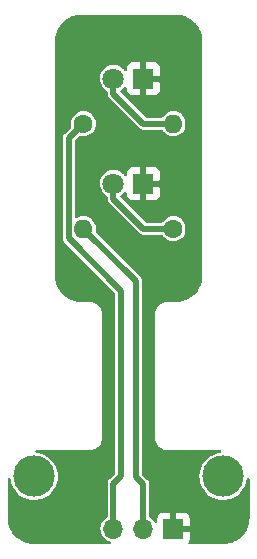
<source format=gtl>
G04 #@! TF.GenerationSoftware,KiCad,Pcbnew,6.0.5-a6ca702e91~116~ubuntu20.04.1*
G04 #@! TF.CreationDate,2022-06-20T08:21:10+02:00*
G04 #@! TF.ProjectId,traffic_lights_pedestrian,74726166-6669-4635-9f6c-69676874735f,1.0*
G04 #@! TF.SameCoordinates,Original*
G04 #@! TF.FileFunction,Copper,L1,Top*
G04 #@! TF.FilePolarity,Positive*
%FSLAX46Y46*%
G04 Gerber Fmt 4.6, Leading zero omitted, Abs format (unit mm)*
G04 Created by KiCad (PCBNEW 6.0.5-a6ca702e91~116~ubuntu20.04.1) date 2022-06-20 08:21:10*
%MOMM*%
%LPD*%
G01*
G04 APERTURE LIST*
G04 #@! TA.AperFunction,ComponentPad*
%ADD10R,1.800000X1.800000*%
G04 #@! TD*
G04 #@! TA.AperFunction,ComponentPad*
%ADD11C,1.800000*%
G04 #@! TD*
G04 #@! TA.AperFunction,ComponentPad*
%ADD12R,1.700000X1.700000*%
G04 #@! TD*
G04 #@! TA.AperFunction,ComponentPad*
%ADD13O,1.700000X1.700000*%
G04 #@! TD*
G04 #@! TA.AperFunction,ComponentPad*
%ADD14C,1.600000*%
G04 #@! TD*
G04 #@! TA.AperFunction,ComponentPad*
%ADD15O,1.600000X1.600000*%
G04 #@! TD*
G04 #@! TA.AperFunction,ViaPad*
%ADD16C,3.500000*%
G04 #@! TD*
G04 #@! TA.AperFunction,Conductor*
%ADD17C,0.500000*%
G04 #@! TD*
G04 #@! TA.AperFunction,Conductor*
%ADD18C,0.250000*%
G04 #@! TD*
G04 APERTURE END LIST*
D10*
X111760000Y-60325000D03*
D11*
X109220000Y-60325000D03*
D10*
X111760000Y-69215000D03*
D11*
X109220000Y-69215000D03*
D12*
X114300000Y-98425000D03*
D13*
X111760000Y-98425000D03*
X109220000Y-98425000D03*
D14*
X106680000Y-64135000D03*
D15*
X114300000Y-64135000D03*
D14*
X114300000Y-73025000D03*
D15*
X106680000Y-73025000D03*
D16*
X118500000Y-94000000D03*
X102500000Y-94000000D03*
D17*
X109220000Y-60325000D02*
X109220000Y-61597792D01*
D18*
X111760000Y-64135000D02*
X114300000Y-64135000D01*
X109220000Y-61595000D02*
X111760000Y-64135000D01*
D17*
X109220000Y-61597792D02*
X111757208Y-64135000D01*
X113168630Y-64135000D02*
X114300000Y-64135000D01*
X111757208Y-64135000D02*
X113168630Y-64135000D01*
D18*
X109220000Y-60445000D02*
X109220000Y-61595000D01*
D17*
X109220000Y-69215000D02*
X109220000Y-70487792D01*
X111757208Y-73025000D02*
X113168630Y-73025000D01*
X113168630Y-73025000D02*
X114300000Y-73025000D01*
X109220000Y-70487792D02*
X111757208Y-73025000D01*
X109855000Y-93980000D02*
X109855000Y-78283186D01*
X109855000Y-78283186D02*
X105429999Y-73858185D01*
X105880001Y-64934999D02*
X106680000Y-64135000D01*
X109220000Y-98425000D02*
X109220000Y-95250000D01*
X109220000Y-95250000D02*
X109220000Y-94615000D01*
X105429999Y-65385001D02*
X105880001Y-64934999D01*
X109220000Y-94615000D02*
X109855000Y-93980000D01*
X105429999Y-73858185D02*
X105429999Y-65385001D01*
X111760000Y-98425000D02*
X111760000Y-95250000D01*
X111125000Y-77470000D02*
X106680000Y-73025000D01*
X111125000Y-94047919D02*
X111125000Y-77470000D01*
X111760000Y-95250000D02*
X111760000Y-94682919D01*
X111760000Y-94682919D02*
X111125000Y-94047919D01*
D18*
X112910000Y-69215000D02*
X111760000Y-69215000D01*
D17*
X114300000Y-98425000D02*
X114300000Y-95250000D01*
X114300000Y-94535000D02*
X111887000Y-92122000D01*
X115570000Y-71625000D02*
X113160000Y-69215000D01*
X111887000Y-78613000D02*
X115570000Y-74930000D01*
X115570000Y-74930000D02*
X115570000Y-71625000D01*
X113160000Y-69215000D02*
X115550001Y-66824999D01*
X115550001Y-62715001D02*
X113160000Y-60325000D01*
X111887000Y-92122000D02*
X111887000Y-78613000D01*
X113160000Y-60325000D02*
X111760000Y-60325000D01*
X114300000Y-95250000D02*
X114300000Y-94535000D01*
X115550001Y-66824999D02*
X115550001Y-62715001D01*
X111760000Y-69215000D02*
X113160000Y-69215000D01*
D18*
X111760000Y-60445000D02*
X112910000Y-60445000D01*
G04 #@! TA.AperFunction,Conductor*
G36*
X114487103Y-54916921D02*
G01*
X114500000Y-54919486D01*
X114512172Y-54917065D01*
X114524580Y-54917065D01*
X114524580Y-54917359D01*
X114535465Y-54916612D01*
X114759096Y-54929930D01*
X114773969Y-54931708D01*
X114927697Y-54959434D01*
X115022014Y-54976446D01*
X115036572Y-54979976D01*
X115277564Y-55053840D01*
X115291600Y-55059073D01*
X115522117Y-55161014D01*
X115535433Y-55167877D01*
X115752214Y-55296451D01*
X115764622Y-55304845D01*
X115964622Y-55458246D01*
X115975946Y-55468054D01*
X116156324Y-55644106D01*
X116166403Y-55655188D01*
X116324609Y-55851400D01*
X116333302Y-55863600D01*
X116467104Y-56077202D01*
X116474288Y-56090348D01*
X116581793Y-56318320D01*
X116587366Y-56332225D01*
X116667057Y-56571350D01*
X116670940Y-56585819D01*
X116721686Y-56832711D01*
X116723824Y-56847538D01*
X116742577Y-57070913D01*
X116742102Y-57081674D01*
X116742414Y-57081666D01*
X116742715Y-57094070D01*
X116740590Y-57106298D01*
X116743306Y-57118407D01*
X116743428Y-57123441D01*
X116745500Y-57142147D01*
X116745500Y-76962524D01*
X116743079Y-76987103D01*
X116740514Y-77000000D01*
X116742935Y-77012172D01*
X116742935Y-77024580D01*
X116742615Y-77024580D01*
X116743355Y-77035456D01*
X116729588Y-77263057D01*
X116727754Y-77278161D01*
X116681624Y-77529885D01*
X116677983Y-77544658D01*
X116636130Y-77678971D01*
X116601846Y-77788991D01*
X116596451Y-77803214D01*
X116491421Y-78036584D01*
X116484350Y-78050057D01*
X116351951Y-78269069D01*
X116343308Y-78281590D01*
X116185481Y-78483043D01*
X116175391Y-78494432D01*
X115994432Y-78675391D01*
X115983043Y-78685481D01*
X115781590Y-78843308D01*
X115769069Y-78851951D01*
X115550057Y-78984350D01*
X115536586Y-78991420D01*
X115303214Y-79096451D01*
X115288996Y-79101844D01*
X115112162Y-79156948D01*
X115044658Y-79177983D01*
X115029885Y-79181624D01*
X114778161Y-79227754D01*
X114763057Y-79229588D01*
X114535456Y-79243355D01*
X114524580Y-79242615D01*
X114524580Y-79242935D01*
X114512172Y-79242935D01*
X114500000Y-79240514D01*
X114487103Y-79243079D01*
X114462524Y-79245500D01*
X113787476Y-79245500D01*
X113762897Y-79243079D01*
X113750000Y-79240514D01*
X113739688Y-79242565D01*
X113735459Y-79242935D01*
X113734448Y-79242935D01*
X113732850Y-79243163D01*
X113574904Y-79256982D01*
X113569591Y-79258406D01*
X113569589Y-79258406D01*
X113522900Y-79270916D01*
X113405128Y-79302473D01*
X113245832Y-79376755D01*
X113241330Y-79379907D01*
X113241327Y-79379909D01*
X113241326Y-79379910D01*
X113101853Y-79477569D01*
X112977569Y-79601853D01*
X112974416Y-79606356D01*
X112916080Y-79689670D01*
X112876755Y-79745832D01*
X112802473Y-79905128D01*
X112756982Y-80074904D01*
X112743164Y-80232845D01*
X112742935Y-80234448D01*
X112742935Y-80235459D01*
X112742565Y-80239688D01*
X112740514Y-80250000D01*
X112742935Y-80262170D01*
X112743079Y-80262894D01*
X112745500Y-80287476D01*
X112745500Y-90712524D01*
X112743079Y-90737103D01*
X112740514Y-90750000D01*
X112742565Y-90760312D01*
X112742935Y-90764541D01*
X112742935Y-90765552D01*
X112743163Y-90767150D01*
X112756982Y-90925096D01*
X112802473Y-91094872D01*
X112804795Y-91099852D01*
X112804796Y-91099854D01*
X112872713Y-91245500D01*
X112876755Y-91254169D01*
X112977569Y-91398147D01*
X113101853Y-91522431D01*
X113106356Y-91525584D01*
X113241327Y-91620091D01*
X113241330Y-91620093D01*
X113245832Y-91623245D01*
X113405128Y-91697527D01*
X113522900Y-91729084D01*
X113569589Y-91741594D01*
X113569591Y-91741594D01*
X113574904Y-91743018D01*
X113732850Y-91756837D01*
X113734448Y-91757065D01*
X113735459Y-91757065D01*
X113739688Y-91757435D01*
X113750000Y-91759486D01*
X113762897Y-91756921D01*
X113787476Y-91754500D01*
X118240540Y-91754500D01*
X118308661Y-91774502D01*
X118355154Y-91828158D01*
X118365258Y-91898432D01*
X118335764Y-91963012D01*
X118276038Y-92001396D01*
X118256334Y-92005506D01*
X118252568Y-92005982D01*
X118248128Y-92006226D01*
X118243768Y-92007093D01*
X118243762Y-92007094D01*
X118107296Y-92034239D01*
X117969715Y-92061606D01*
X117965505Y-92063084D01*
X117965503Y-92063085D01*
X117914996Y-92080822D01*
X117701884Y-92155662D01*
X117697933Y-92157715D01*
X117697927Y-92157717D01*
X117453926Y-92284465D01*
X117449976Y-92286517D01*
X117446361Y-92289100D01*
X117446355Y-92289104D01*
X117404214Y-92319219D01*
X117219020Y-92451561D01*
X117013623Y-92647501D01*
X117010867Y-92650997D01*
X117010866Y-92650998D01*
X116976291Y-92694856D01*
X116837882Y-92870426D01*
X116835645Y-92874278D01*
X116697540Y-93112042D01*
X116697537Y-93112048D01*
X116695306Y-93115889D01*
X116693636Y-93120012D01*
X116590411Y-93374861D01*
X116590408Y-93374869D01*
X116588738Y-93378993D01*
X116520305Y-93654488D01*
X116491372Y-93936876D01*
X116493823Y-93999265D01*
X116502037Y-94208323D01*
X116502516Y-94220524D01*
X116553516Y-94499772D01*
X116583973Y-94591062D01*
X116625267Y-94714836D01*
X116643353Y-94769048D01*
X116645346Y-94773036D01*
X116728954Y-94940361D01*
X116770236Y-95022980D01*
X116931631Y-95256500D01*
X117124320Y-95464950D01*
X117127774Y-95467762D01*
X117341001Y-95641356D01*
X117341005Y-95641359D01*
X117344458Y-95644170D01*
X117587652Y-95790585D01*
X117591747Y-95792319D01*
X117591749Y-95792320D01*
X117774820Y-95869840D01*
X117849049Y-95901272D01*
X117853342Y-95902410D01*
X117853347Y-95902412D01*
X117996898Y-95940473D01*
X118123435Y-95974024D01*
X118405334Y-96007389D01*
X118689122Y-96000701D01*
X118693517Y-95999969D01*
X118693522Y-95999969D01*
X118964734Y-95954827D01*
X118964738Y-95954826D01*
X118969136Y-95954094D01*
X119146887Y-95897878D01*
X119235544Y-95869840D01*
X119235546Y-95869839D01*
X119239790Y-95868497D01*
X119243801Y-95866571D01*
X119243806Y-95866569D01*
X119491665Y-95747549D01*
X119491666Y-95747548D01*
X119495684Y-95745619D01*
X119651724Y-95641356D01*
X119728002Y-95590389D01*
X119728006Y-95590386D01*
X119731710Y-95587911D01*
X119735027Y-95584940D01*
X119735031Y-95584937D01*
X119939845Y-95401490D01*
X119943161Y-95398520D01*
X120125817Y-95181225D01*
X120128174Y-95177446D01*
X120273669Y-94944152D01*
X120273671Y-94944149D01*
X120276033Y-94940361D01*
X120286230Y-94917297D01*
X120313778Y-94854984D01*
X120390813Y-94680734D01*
X120394648Y-94667138D01*
X120419347Y-94579561D01*
X120467866Y-94407525D01*
X120494621Y-94208328D01*
X120523514Y-94143476D01*
X120582881Y-94104540D01*
X120653874Y-94103881D01*
X120713954Y-94141708D01*
X120744046Y-94206012D01*
X120745500Y-94225101D01*
X120745500Y-97462524D01*
X120743079Y-97487103D01*
X120740514Y-97500000D01*
X120742935Y-97512172D01*
X120742935Y-97524580D01*
X120742615Y-97524580D01*
X120743355Y-97535456D01*
X120729588Y-97763057D01*
X120727754Y-97778161D01*
X120681624Y-98029885D01*
X120677983Y-98044658D01*
X120631329Y-98194378D01*
X120601846Y-98288991D01*
X120596451Y-98303214D01*
X120515513Y-98483053D01*
X120491421Y-98536584D01*
X120484350Y-98550057D01*
X120351951Y-98769069D01*
X120343308Y-98781590D01*
X120328484Y-98800512D01*
X120205265Y-98957791D01*
X120185481Y-98983043D01*
X120175391Y-98994432D01*
X119994432Y-99175391D01*
X119983043Y-99185481D01*
X119781590Y-99343308D01*
X119769069Y-99351951D01*
X119605565Y-99450794D01*
X119554211Y-99481839D01*
X119550057Y-99484350D01*
X119536586Y-99491420D01*
X119303214Y-99596451D01*
X119288996Y-99601844D01*
X119159204Y-99642289D01*
X119044658Y-99677983D01*
X119029885Y-99681624D01*
X118778161Y-99727754D01*
X118763057Y-99729588D01*
X118535456Y-99743355D01*
X118524580Y-99742615D01*
X118524580Y-99742935D01*
X118512172Y-99742935D01*
X118500000Y-99740514D01*
X118487103Y-99743079D01*
X118462524Y-99745500D01*
X115684156Y-99745500D01*
X115616035Y-99725498D01*
X115569542Y-99671842D01*
X115559438Y-99601568D01*
X115583329Y-99543937D01*
X115594784Y-99528652D01*
X115603324Y-99513054D01*
X115648478Y-99392606D01*
X115652105Y-99377351D01*
X115657631Y-99326486D01*
X115658000Y-99319672D01*
X115658000Y-98697115D01*
X115653525Y-98681876D01*
X115652135Y-98680671D01*
X115644452Y-98679000D01*
X114172000Y-98679000D01*
X114103879Y-98658998D01*
X114057386Y-98605342D01*
X114046000Y-98553000D01*
X114046000Y-98152885D01*
X114554000Y-98152885D01*
X114558475Y-98168124D01*
X114559865Y-98169329D01*
X114567548Y-98171000D01*
X115639884Y-98171000D01*
X115655123Y-98166525D01*
X115656328Y-98165135D01*
X115657999Y-98157452D01*
X115657999Y-97530331D01*
X115657629Y-97523510D01*
X115652105Y-97472648D01*
X115648479Y-97457396D01*
X115603324Y-97336946D01*
X115594786Y-97321351D01*
X115518285Y-97219276D01*
X115505724Y-97206715D01*
X115403649Y-97130214D01*
X115388054Y-97121676D01*
X115267606Y-97076522D01*
X115252351Y-97072895D01*
X115201486Y-97067369D01*
X115194672Y-97067000D01*
X114572115Y-97067000D01*
X114556876Y-97071475D01*
X114555671Y-97072865D01*
X114554000Y-97080548D01*
X114554000Y-98152885D01*
X114046000Y-98152885D01*
X114046000Y-97085116D01*
X114041525Y-97069877D01*
X114040135Y-97068672D01*
X114032452Y-97067001D01*
X113405331Y-97067001D01*
X113398510Y-97067371D01*
X113347648Y-97072895D01*
X113332396Y-97076521D01*
X113211946Y-97121676D01*
X113196351Y-97130214D01*
X113094276Y-97206715D01*
X113081715Y-97219276D01*
X113005214Y-97321351D01*
X112996676Y-97336946D01*
X112951522Y-97457394D01*
X112947895Y-97472649D01*
X112942369Y-97523514D01*
X112942000Y-97530328D01*
X112942000Y-97785160D01*
X112921998Y-97853281D01*
X112868342Y-97899774D01*
X112798068Y-97909878D01*
X112733488Y-97880384D01*
X112708567Y-97850994D01*
X112708331Y-97850608D01*
X112705776Y-97845428D01*
X112584320Y-97682779D01*
X112435258Y-97544987D01*
X112430375Y-97541906D01*
X112430371Y-97541903D01*
X112331740Y-97479672D01*
X112323265Y-97474325D01*
X112276326Y-97421058D01*
X112264500Y-97367763D01*
X112264500Y-94753549D01*
X112265842Y-94741541D01*
X112265346Y-94741501D01*
X112266066Y-94732550D01*
X112268047Y-94723796D01*
X112264742Y-94670526D01*
X112264500Y-94662724D01*
X112264500Y-94646693D01*
X112263035Y-94636460D01*
X112262004Y-94626400D01*
X112259654Y-94588520D01*
X112259654Y-94588519D01*
X112259098Y-94579561D01*
X112256050Y-94571118D01*
X112255371Y-94567839D01*
X112251416Y-94551974D01*
X112250473Y-94548750D01*
X112249201Y-94539867D01*
X112245487Y-94531698D01*
X112245485Y-94531692D01*
X112229775Y-94497140D01*
X112225961Y-94487771D01*
X112213077Y-94452082D01*
X112210028Y-94443635D01*
X112204731Y-94436385D01*
X112203154Y-94433418D01*
X112194903Y-94419299D01*
X112193102Y-94416483D01*
X112189388Y-94408314D01*
X112158753Y-94372761D01*
X112152475Y-94364855D01*
X112144527Y-94353975D01*
X112133665Y-94343113D01*
X112127307Y-94336266D01*
X112126363Y-94335170D01*
X112095056Y-94298837D01*
X112087521Y-94293953D01*
X112080949Y-94288220D01*
X112069545Y-94278993D01*
X111666405Y-93875853D01*
X111632379Y-93813541D01*
X111629500Y-93786758D01*
X111629500Y-77540624D01*
X111630841Y-77528619D01*
X111630345Y-77528579D01*
X111631065Y-77519632D01*
X111633046Y-77510876D01*
X111629742Y-77457618D01*
X111629500Y-77449816D01*
X111629500Y-77433774D01*
X111628035Y-77423543D01*
X111627003Y-77413477D01*
X111624654Y-77375600D01*
X111624654Y-77375598D01*
X111624098Y-77366641D01*
X111621051Y-77358201D01*
X111620370Y-77354911D01*
X111616418Y-77339062D01*
X111615473Y-77335832D01*
X111614201Y-77326948D01*
X111594774Y-77284218D01*
X111590964Y-77274860D01*
X111578075Y-77239158D01*
X111578074Y-77239157D01*
X111575027Y-77230716D01*
X111569731Y-77223467D01*
X111568146Y-77220486D01*
X111559920Y-77206408D01*
X111558104Y-77203569D01*
X111554388Y-77195395D01*
X111523757Y-77159846D01*
X111517465Y-77151923D01*
X111509527Y-77141056D01*
X111498665Y-77130194D01*
X111492307Y-77123347D01*
X111465915Y-77092718D01*
X111460056Y-77085918D01*
X111452521Y-77081034D01*
X111445949Y-77075301D01*
X111434545Y-77066074D01*
X107746206Y-73377735D01*
X107712180Y-73315423D01*
X107712425Y-73262294D01*
X107713270Y-73259753D01*
X107739189Y-73054586D01*
X107739602Y-73025000D01*
X107719422Y-72819189D01*
X107659651Y-72621217D01*
X107606099Y-72520500D01*
X107565459Y-72444067D01*
X107565457Y-72444064D01*
X107562565Y-72438625D01*
X107558674Y-72433855D01*
X107558672Y-72433851D01*
X107435758Y-72283143D01*
X107435755Y-72283140D01*
X107431863Y-72278368D01*
X107427114Y-72274439D01*
X107277271Y-72150478D01*
X107277266Y-72150475D01*
X107272522Y-72146550D01*
X107267103Y-72143620D01*
X107267100Y-72143618D01*
X107096032Y-72051122D01*
X107096027Y-72051120D01*
X107090612Y-72048192D01*
X106893063Y-71987040D01*
X106886938Y-71986396D01*
X106886937Y-71986396D01*
X106693526Y-71966068D01*
X106693524Y-71966068D01*
X106687397Y-71965424D01*
X106561229Y-71976906D01*
X106487591Y-71983607D01*
X106487590Y-71983607D01*
X106481450Y-71984166D01*
X106283066Y-72042554D01*
X106118873Y-72128392D01*
X106049239Y-72142226D01*
X105983178Y-72116216D01*
X105941666Y-72058620D01*
X105934499Y-72016730D01*
X105934499Y-69184649D01*
X108060951Y-69184649D01*
X108074829Y-69396377D01*
X108127058Y-69602031D01*
X108215890Y-69794723D01*
X108338350Y-69968000D01*
X108490337Y-70116059D01*
X108495133Y-70119264D01*
X108495136Y-70119266D01*
X108565806Y-70166486D01*
X108659503Y-70229092D01*
X108705030Y-70283568D01*
X108715500Y-70333856D01*
X108715500Y-70417168D01*
X108714159Y-70429173D01*
X108714655Y-70429213D01*
X108713935Y-70438160D01*
X108711954Y-70446916D01*
X108712510Y-70455876D01*
X108715258Y-70500174D01*
X108715500Y-70507976D01*
X108715500Y-70524018D01*
X108716135Y-70528449D01*
X108716135Y-70528454D01*
X108716965Y-70534245D01*
X108717996Y-70544306D01*
X108720902Y-70591151D01*
X108723949Y-70599591D01*
X108724630Y-70602881D01*
X108728582Y-70618730D01*
X108729527Y-70621960D01*
X108730799Y-70630844D01*
X108734514Y-70639015D01*
X108750218Y-70673555D01*
X108754030Y-70682920D01*
X108766922Y-70718629D01*
X108766924Y-70718632D01*
X108769972Y-70727076D01*
X108775268Y-70734325D01*
X108776840Y-70737282D01*
X108785093Y-70751406D01*
X108786898Y-70754229D01*
X108790612Y-70762397D01*
X108796469Y-70769194D01*
X108796470Y-70769196D01*
X108821243Y-70797945D01*
X108827525Y-70805856D01*
X108835473Y-70816736D01*
X108846335Y-70827598D01*
X108852693Y-70834444D01*
X108884944Y-70871874D01*
X108892479Y-70876758D01*
X108899051Y-70882491D01*
X108910455Y-70891718D01*
X111350531Y-73331794D01*
X111358073Y-73341234D01*
X111358453Y-73340911D01*
X111364271Y-73347747D01*
X111369061Y-73355339D01*
X111375789Y-73361281D01*
X111409067Y-73390671D01*
X111414754Y-73396017D01*
X111426088Y-73407351D01*
X111429671Y-73410036D01*
X111429673Y-73410038D01*
X111434363Y-73413553D01*
X111442206Y-73419938D01*
X111477378Y-73451001D01*
X111485500Y-73454814D01*
X111488301Y-73456654D01*
X111502296Y-73465063D01*
X111505259Y-73466685D01*
X111512444Y-73472070D01*
X111520854Y-73475223D01*
X111520856Y-73475224D01*
X111556390Y-73488546D01*
X111565703Y-73492470D01*
X111608190Y-73512417D01*
X111617064Y-73513799D01*
X111620291Y-73514785D01*
X111636074Y-73518925D01*
X111639352Y-73519646D01*
X111647760Y-73522798D01*
X111661517Y-73523820D01*
X111694565Y-73526276D01*
X111704612Y-73527430D01*
X111713094Y-73528751D01*
X111713097Y-73528751D01*
X111717905Y-73529500D01*
X111733270Y-73529500D01*
X111742608Y-73529846D01*
X111791875Y-73533507D01*
X111800650Y-73531634D01*
X111809346Y-73531041D01*
X111823946Y-73529500D01*
X113296708Y-73529500D01*
X113364829Y-73549502D01*
X113401223Y-73589594D01*
X113403179Y-73588334D01*
X113406516Y-73593512D01*
X113409334Y-73598995D01*
X113413163Y-73603826D01*
X113438497Y-73635789D01*
X113537786Y-73761061D01*
X113542479Y-73765055D01*
X113542480Y-73765056D01*
X113675623Y-73878369D01*
X113695271Y-73895091D01*
X113875789Y-73995980D01*
X114072466Y-74059884D01*
X114277809Y-74084370D01*
X114283944Y-74083898D01*
X114283946Y-74083898D01*
X114477856Y-74068977D01*
X114477860Y-74068976D01*
X114483998Y-74068504D01*
X114683178Y-74012892D01*
X114688682Y-74010112D01*
X114688684Y-74010111D01*
X114862262Y-73922431D01*
X114862264Y-73922430D01*
X114867763Y-73919652D01*
X115030722Y-73792334D01*
X115034748Y-73787670D01*
X115034751Y-73787667D01*
X115161819Y-73640457D01*
X115161820Y-73640455D01*
X115165848Y-73635789D01*
X115223953Y-73533507D01*
X115264950Y-73461340D01*
X115264952Y-73461336D01*
X115267995Y-73455979D01*
X115306273Y-73340911D01*
X115331325Y-73265601D01*
X115331326Y-73265598D01*
X115333270Y-73259753D01*
X115359189Y-73054586D01*
X115359602Y-73025000D01*
X115339422Y-72819189D01*
X115279651Y-72621217D01*
X115226099Y-72520500D01*
X115185459Y-72444067D01*
X115185457Y-72444064D01*
X115182565Y-72438625D01*
X115178674Y-72433855D01*
X115178672Y-72433851D01*
X115055758Y-72283143D01*
X115055755Y-72283140D01*
X115051863Y-72278368D01*
X115047114Y-72274439D01*
X114897271Y-72150478D01*
X114897266Y-72150475D01*
X114892522Y-72146550D01*
X114887103Y-72143620D01*
X114887100Y-72143618D01*
X114716032Y-72051122D01*
X114716027Y-72051120D01*
X114710612Y-72048192D01*
X114513063Y-71987040D01*
X114506938Y-71986396D01*
X114506937Y-71986396D01*
X114313526Y-71966068D01*
X114313524Y-71966068D01*
X114307397Y-71965424D01*
X114181229Y-71976906D01*
X114107591Y-71983607D01*
X114107590Y-71983607D01*
X114101450Y-71984166D01*
X113903066Y-72042554D01*
X113897601Y-72045411D01*
X113725261Y-72135508D01*
X113725257Y-72135511D01*
X113719801Y-72138363D01*
X113558635Y-72267943D01*
X113425708Y-72426360D01*
X113422744Y-72431752D01*
X113422741Y-72431756D01*
X113409851Y-72455203D01*
X113359505Y-72505260D01*
X113299437Y-72520500D01*
X112018369Y-72520500D01*
X111950248Y-72500498D01*
X111929274Y-72483595D01*
X109827426Y-70381747D01*
X109793400Y-70319435D01*
X109798465Y-70248620D01*
X109841012Y-70191784D01*
X109854952Y-70182719D01*
X109871674Y-70173354D01*
X109876717Y-70170530D01*
X110039852Y-70034852D01*
X110129128Y-69927509D01*
X110188065Y-69887927D01*
X110259047Y-69886491D01*
X110319537Y-69923658D01*
X110350330Y-69987629D01*
X110352001Y-70008080D01*
X110352001Y-70159669D01*
X110352371Y-70166490D01*
X110357895Y-70217352D01*
X110361521Y-70232604D01*
X110406676Y-70353054D01*
X110415214Y-70368649D01*
X110491715Y-70470724D01*
X110504276Y-70483285D01*
X110606351Y-70559786D01*
X110621946Y-70568324D01*
X110742394Y-70613478D01*
X110757649Y-70617105D01*
X110808514Y-70622631D01*
X110815328Y-70623000D01*
X111487885Y-70623000D01*
X111503124Y-70618525D01*
X111504329Y-70617135D01*
X111506000Y-70609452D01*
X111506000Y-70604884D01*
X112014000Y-70604884D01*
X112018475Y-70620123D01*
X112019865Y-70621328D01*
X112027548Y-70622999D01*
X112704669Y-70622999D01*
X112711490Y-70622629D01*
X112762352Y-70617105D01*
X112777604Y-70613479D01*
X112898054Y-70568324D01*
X112913649Y-70559786D01*
X113015724Y-70483285D01*
X113028285Y-70470724D01*
X113104786Y-70368649D01*
X113113324Y-70353054D01*
X113158478Y-70232606D01*
X113162105Y-70217351D01*
X113167631Y-70166486D01*
X113168000Y-70159672D01*
X113168000Y-69487115D01*
X113163525Y-69471876D01*
X113162135Y-69470671D01*
X113154452Y-69469000D01*
X112032115Y-69469000D01*
X112016876Y-69473475D01*
X112015671Y-69474865D01*
X112014000Y-69482548D01*
X112014000Y-70604884D01*
X111506000Y-70604884D01*
X111506000Y-68942885D01*
X112014000Y-68942885D01*
X112018475Y-68958124D01*
X112019865Y-68959329D01*
X112027548Y-68961000D01*
X113149884Y-68961000D01*
X113165123Y-68956525D01*
X113166328Y-68955135D01*
X113167999Y-68947452D01*
X113167999Y-68270331D01*
X113167629Y-68263510D01*
X113162105Y-68212648D01*
X113158479Y-68197396D01*
X113113324Y-68076946D01*
X113104786Y-68061351D01*
X113028285Y-67959276D01*
X113015724Y-67946715D01*
X112913649Y-67870214D01*
X112898054Y-67861676D01*
X112777606Y-67816522D01*
X112762351Y-67812895D01*
X112711486Y-67807369D01*
X112704672Y-67807000D01*
X112032115Y-67807000D01*
X112016876Y-67811475D01*
X112015671Y-67812865D01*
X112014000Y-67820548D01*
X112014000Y-68942885D01*
X111506000Y-68942885D01*
X111506000Y-67825116D01*
X111501525Y-67809877D01*
X111500135Y-67808672D01*
X111492452Y-67807001D01*
X110815331Y-67807001D01*
X110808510Y-67807371D01*
X110757648Y-67812895D01*
X110742396Y-67816521D01*
X110621946Y-67861676D01*
X110606351Y-67870214D01*
X110504276Y-67946715D01*
X110491715Y-67959276D01*
X110415214Y-68061351D01*
X110406676Y-68076946D01*
X110361522Y-68197394D01*
X110357895Y-68212649D01*
X110352369Y-68263514D01*
X110352000Y-68270328D01*
X110352000Y-68421918D01*
X110331998Y-68490039D01*
X110278342Y-68536532D01*
X110208068Y-68546636D01*
X110143488Y-68517142D01*
X110125042Y-68497307D01*
X110085089Y-68443803D01*
X110085088Y-68443802D01*
X110081636Y-68439179D01*
X110057524Y-68416890D01*
X109930066Y-68299069D01*
X109930063Y-68299067D01*
X109925826Y-68295150D01*
X109746377Y-68181926D01*
X109549300Y-68103300D01*
X109543643Y-68102175D01*
X109543637Y-68102173D01*
X109346863Y-68063033D01*
X109346859Y-68063033D01*
X109341195Y-68061906D01*
X109335420Y-68061830D01*
X109335416Y-68061830D01*
X109228804Y-68060434D01*
X109129031Y-68059128D01*
X109123334Y-68060107D01*
X109123333Y-68060107D01*
X109106305Y-68063033D01*
X108919913Y-68095061D01*
X108720846Y-68168501D01*
X108715885Y-68171453D01*
X108715884Y-68171453D01*
X108543463Y-68274032D01*
X108543460Y-68274034D01*
X108538495Y-68276988D01*
X108534155Y-68280794D01*
X108534151Y-68280797D01*
X108383309Y-68413083D01*
X108378968Y-68416890D01*
X108247607Y-68583520D01*
X108148812Y-68771299D01*
X108085891Y-68973938D01*
X108060951Y-69184649D01*
X105934499Y-69184649D01*
X105934499Y-65646162D01*
X105954501Y-65578041D01*
X105971404Y-65557067D01*
X106327233Y-65201238D01*
X106389545Y-65167212D01*
X106443383Y-65167272D01*
X106446612Y-65167982D01*
X106452466Y-65169884D01*
X106657809Y-65194370D01*
X106663944Y-65193898D01*
X106663946Y-65193898D01*
X106857856Y-65178977D01*
X106857860Y-65178976D01*
X106863998Y-65178504D01*
X107063178Y-65122892D01*
X107068682Y-65120112D01*
X107068684Y-65120111D01*
X107242262Y-65032431D01*
X107242264Y-65032430D01*
X107247763Y-65029652D01*
X107410722Y-64902334D01*
X107414748Y-64897670D01*
X107414751Y-64897667D01*
X107541819Y-64750457D01*
X107541820Y-64750455D01*
X107545848Y-64745789D01*
X107603953Y-64643507D01*
X107644950Y-64571340D01*
X107644952Y-64571336D01*
X107647995Y-64565979D01*
X107686273Y-64450911D01*
X107711325Y-64375601D01*
X107711326Y-64375598D01*
X107713270Y-64369753D01*
X107739189Y-64164586D01*
X107739602Y-64135000D01*
X107719422Y-63929189D01*
X107659651Y-63731217D01*
X107606099Y-63630500D01*
X107565459Y-63554067D01*
X107565457Y-63554064D01*
X107562565Y-63548625D01*
X107558674Y-63543855D01*
X107558672Y-63543851D01*
X107435758Y-63393143D01*
X107435755Y-63393140D01*
X107431863Y-63388368D01*
X107424966Y-63382662D01*
X107277271Y-63260478D01*
X107277266Y-63260475D01*
X107272522Y-63256550D01*
X107267103Y-63253620D01*
X107267100Y-63253618D01*
X107096032Y-63161122D01*
X107096027Y-63161120D01*
X107090612Y-63158192D01*
X106893063Y-63097040D01*
X106886938Y-63096396D01*
X106886937Y-63096396D01*
X106693526Y-63076068D01*
X106693524Y-63076068D01*
X106687397Y-63075424D01*
X106561229Y-63086906D01*
X106487591Y-63093607D01*
X106487590Y-63093607D01*
X106481450Y-63094166D01*
X106283066Y-63152554D01*
X106277601Y-63155411D01*
X106105261Y-63245508D01*
X106105257Y-63245511D01*
X106099801Y-63248363D01*
X105938635Y-63377943D01*
X105805708Y-63536360D01*
X105706082Y-63717578D01*
X105643553Y-63914696D01*
X105620501Y-64120206D01*
X105637806Y-64326278D01*
X105639506Y-64332206D01*
X105647977Y-64361748D01*
X105647528Y-64432743D01*
X105615954Y-64485575D01*
X105123205Y-64978324D01*
X105113765Y-64985866D01*
X105114088Y-64986246D01*
X105107252Y-64992064D01*
X105099660Y-64996854D01*
X105093718Y-65003582D01*
X105064328Y-65036860D01*
X105058982Y-65042547D01*
X105047648Y-65053881D01*
X105044963Y-65057464D01*
X105044961Y-65057466D01*
X105041446Y-65062156D01*
X105035061Y-65069999D01*
X105003998Y-65105171D01*
X105000185Y-65113293D01*
X104998345Y-65116094D01*
X104989936Y-65130089D01*
X104988314Y-65133052D01*
X104982929Y-65140237D01*
X104979776Y-65148647D01*
X104979775Y-65148649D01*
X104966453Y-65184183D01*
X104962529Y-65193496D01*
X104942582Y-65235983D01*
X104941200Y-65244857D01*
X104940214Y-65248084D01*
X104936074Y-65263867D01*
X104935353Y-65267145D01*
X104932201Y-65275553D01*
X104931536Y-65284504D01*
X104928723Y-65322358D01*
X104927569Y-65332405D01*
X104925499Y-65345698D01*
X104925499Y-65361063D01*
X104925153Y-65370400D01*
X104921492Y-65419668D01*
X104923365Y-65428443D01*
X104923958Y-65437139D01*
X104925499Y-65451739D01*
X104925499Y-73787561D01*
X104924158Y-73799566D01*
X104924654Y-73799606D01*
X104923934Y-73808553D01*
X104921953Y-73817309D01*
X104922509Y-73826269D01*
X104925257Y-73870567D01*
X104925499Y-73878369D01*
X104925499Y-73894411D01*
X104926134Y-73898842D01*
X104926134Y-73898847D01*
X104926964Y-73904638D01*
X104927995Y-73914699D01*
X104930901Y-73961544D01*
X104933948Y-73969984D01*
X104934629Y-73973274D01*
X104938581Y-73989123D01*
X104939526Y-73992353D01*
X104940798Y-74001237D01*
X104944513Y-74009408D01*
X104960217Y-74043948D01*
X104964029Y-74053313D01*
X104976921Y-74089022D01*
X104976923Y-74089025D01*
X104979971Y-74097469D01*
X104985267Y-74104718D01*
X104986839Y-74107675D01*
X104995092Y-74121799D01*
X104996897Y-74124622D01*
X105000611Y-74132790D01*
X105006468Y-74139587D01*
X105006469Y-74139589D01*
X105031242Y-74168338D01*
X105037524Y-74176249D01*
X105045472Y-74187129D01*
X105056334Y-74197991D01*
X105062692Y-74204837D01*
X105094943Y-74242267D01*
X105102478Y-74247151D01*
X105109050Y-74252884D01*
X105120454Y-74262111D01*
X109313595Y-78455252D01*
X109347621Y-78517564D01*
X109350500Y-78544347D01*
X109350500Y-93718839D01*
X109330498Y-93786960D01*
X109313595Y-93807934D01*
X108913206Y-94208323D01*
X108903766Y-94215865D01*
X108904089Y-94216245D01*
X108897253Y-94222063D01*
X108889661Y-94226853D01*
X108883719Y-94233581D01*
X108854329Y-94266859D01*
X108848983Y-94272546D01*
X108837649Y-94283880D01*
X108834968Y-94287458D01*
X108834957Y-94287470D01*
X108831447Y-94292154D01*
X108825063Y-94299996D01*
X108820081Y-94305637D01*
X108793999Y-94335170D01*
X108790186Y-94343292D01*
X108788346Y-94346093D01*
X108779937Y-94360088D01*
X108778315Y-94363051D01*
X108772930Y-94370236D01*
X108769777Y-94378646D01*
X108769776Y-94378648D01*
X108756454Y-94414182D01*
X108752530Y-94423495D01*
X108732583Y-94465982D01*
X108731201Y-94474856D01*
X108730215Y-94478083D01*
X108726075Y-94493866D01*
X108725354Y-94497144D01*
X108722202Y-94505552D01*
X108721537Y-94514503D01*
X108718724Y-94552357D01*
X108717570Y-94562404D01*
X108715500Y-94575697D01*
X108715500Y-94591062D01*
X108715154Y-94600399D01*
X108711493Y-94649667D01*
X108713366Y-94658442D01*
X108713959Y-94667138D01*
X108715500Y-94681738D01*
X108715500Y-97368214D01*
X108695498Y-97436335D01*
X108653923Y-97476499D01*
X108572978Y-97524656D01*
X108572975Y-97524658D01*
X108568010Y-97527612D01*
X108563670Y-97531418D01*
X108563666Y-97531421D01*
X108543723Y-97548911D01*
X108415392Y-97661455D01*
X108289720Y-97820869D01*
X108287031Y-97825980D01*
X108287029Y-97825983D01*
X108274073Y-97850609D01*
X108195203Y-98000515D01*
X108135007Y-98194378D01*
X108111148Y-98395964D01*
X108124424Y-98598522D01*
X108125845Y-98604118D01*
X108125846Y-98604123D01*
X108161906Y-98746105D01*
X108174392Y-98795269D01*
X108176809Y-98800512D01*
X108214010Y-98881208D01*
X108259377Y-98979616D01*
X108376533Y-99145389D01*
X108380675Y-99149424D01*
X108398693Y-99166976D01*
X108521938Y-99287035D01*
X108526742Y-99290245D01*
X108580980Y-99326486D01*
X108690720Y-99399812D01*
X108696023Y-99402090D01*
X108696026Y-99402092D01*
X108784707Y-99440192D01*
X108877228Y-99479942D01*
X108950877Y-99496607D01*
X109012903Y-99531150D01*
X109046408Y-99593743D01*
X109040754Y-99664514D01*
X108997735Y-99720994D01*
X108931011Y-99745249D01*
X108923069Y-99745500D01*
X102537476Y-99745500D01*
X102512897Y-99743079D01*
X102500000Y-99740514D01*
X102487828Y-99742935D01*
X102475420Y-99742935D01*
X102475420Y-99742593D01*
X102464555Y-99743329D01*
X102233585Y-99729181D01*
X102218294Y-99727301D01*
X101963444Y-99679996D01*
X101948496Y-99676263D01*
X101824914Y-99637237D01*
X101701331Y-99598210D01*
X101686952Y-99592682D01*
X101451156Y-99485043D01*
X101437558Y-99477800D01*
X101216670Y-99342193D01*
X101204057Y-99333345D01*
X101042924Y-99204913D01*
X101001359Y-99171783D01*
X100989922Y-99161462D01*
X100808468Y-98976380D01*
X100798375Y-98964740D01*
X100640863Y-98758890D01*
X100632266Y-98746105D01*
X100501055Y-98522572D01*
X100494082Y-98508832D01*
X100484516Y-98486727D01*
X100391131Y-98270944D01*
X100385890Y-98256464D01*
X100374370Y-98217299D01*
X100312745Y-98007802D01*
X100309309Y-97992783D01*
X100267059Y-97737049D01*
X100265482Y-97721723D01*
X100255911Y-97490560D01*
X100256864Y-97479672D01*
X100256528Y-97479665D01*
X100256773Y-97467259D01*
X100259435Y-97455137D01*
X100256459Y-97438454D01*
X100254500Y-97416327D01*
X100254500Y-94253751D01*
X100274502Y-94185630D01*
X100328158Y-94139137D01*
X100398432Y-94129033D01*
X100463012Y-94158527D01*
X100501396Y-94218253D01*
X100504450Y-94231114D01*
X100553516Y-94499772D01*
X100583973Y-94591062D01*
X100625267Y-94714836D01*
X100643353Y-94769048D01*
X100645346Y-94773036D01*
X100728954Y-94940361D01*
X100770236Y-95022980D01*
X100931631Y-95256500D01*
X101124320Y-95464950D01*
X101127774Y-95467762D01*
X101341001Y-95641356D01*
X101341005Y-95641359D01*
X101344458Y-95644170D01*
X101587652Y-95790585D01*
X101591747Y-95792319D01*
X101591749Y-95792320D01*
X101774820Y-95869840D01*
X101849049Y-95901272D01*
X101853342Y-95902410D01*
X101853347Y-95902412D01*
X101996898Y-95940473D01*
X102123435Y-95974024D01*
X102405334Y-96007389D01*
X102689122Y-96000701D01*
X102693517Y-95999969D01*
X102693522Y-95999969D01*
X102964734Y-95954827D01*
X102964738Y-95954826D01*
X102969136Y-95954094D01*
X103146887Y-95897878D01*
X103235544Y-95869840D01*
X103235546Y-95869839D01*
X103239790Y-95868497D01*
X103243801Y-95866571D01*
X103243806Y-95866569D01*
X103491665Y-95747549D01*
X103491666Y-95747548D01*
X103495684Y-95745619D01*
X103651724Y-95641356D01*
X103728002Y-95590389D01*
X103728006Y-95590386D01*
X103731710Y-95587911D01*
X103735027Y-95584940D01*
X103735031Y-95584937D01*
X103939845Y-95401490D01*
X103943161Y-95398520D01*
X104125817Y-95181225D01*
X104128174Y-95177446D01*
X104273669Y-94944152D01*
X104273671Y-94944149D01*
X104276033Y-94940361D01*
X104286230Y-94917297D01*
X104313778Y-94854984D01*
X104390813Y-94680734D01*
X104394648Y-94667138D01*
X104419347Y-94579561D01*
X104467866Y-94407525D01*
X104482656Y-94297409D01*
X104505227Y-94129367D01*
X104505228Y-94129359D01*
X104505654Y-94126185D01*
X104508862Y-94024114D01*
X104509519Y-94003222D01*
X104509519Y-94003217D01*
X104509620Y-94000000D01*
X104489571Y-93716842D01*
X104429825Y-93439334D01*
X104331574Y-93173013D01*
X104196778Y-92923192D01*
X104028127Y-92694856D01*
X103828986Y-92492562D01*
X103755118Y-92436188D01*
X103606872Y-92323050D01*
X103606868Y-92323047D01*
X103603327Y-92320345D01*
X103355655Y-92181641D01*
X103351506Y-92180036D01*
X103351502Y-92180034D01*
X103191830Y-92118262D01*
X103090909Y-92079219D01*
X103086588Y-92078217D01*
X103086580Y-92078215D01*
X102904110Y-92035922D01*
X102814374Y-92015122D01*
X102709398Y-92006030D01*
X102643257Y-91980225D01*
X102601567Y-91922757D01*
X102597565Y-91851874D01*
X102632520Y-91790079D01*
X102695336Y-91756992D01*
X102720270Y-91754500D01*
X107212524Y-91754500D01*
X107237103Y-91756921D01*
X107250000Y-91759486D01*
X107260312Y-91757435D01*
X107264541Y-91757065D01*
X107265552Y-91757065D01*
X107267150Y-91756837D01*
X107425096Y-91743018D01*
X107430409Y-91741594D01*
X107430411Y-91741594D01*
X107589562Y-91698950D01*
X107589564Y-91698949D01*
X107594872Y-91697527D01*
X107666721Y-91664023D01*
X107749188Y-91625568D01*
X107749191Y-91625566D01*
X107754169Y-91623245D01*
X107898147Y-91522431D01*
X108022431Y-91398147D01*
X108123245Y-91254169D01*
X108127288Y-91245500D01*
X108195204Y-91099854D01*
X108195205Y-91099852D01*
X108197527Y-91094872D01*
X108243018Y-90925096D01*
X108256837Y-90767150D01*
X108257065Y-90765552D01*
X108257065Y-90764541D01*
X108257435Y-90760312D01*
X108259486Y-90750000D01*
X108256921Y-90737103D01*
X108254500Y-90712524D01*
X108254500Y-80287476D01*
X108256921Y-80262894D01*
X108257065Y-80262170D01*
X108259486Y-80250000D01*
X108257435Y-80239688D01*
X108257065Y-80235459D01*
X108257065Y-80234448D01*
X108256836Y-80232845D01*
X108243018Y-80074904D01*
X108197527Y-79905128D01*
X108123245Y-79745832D01*
X108083921Y-79689670D01*
X108025584Y-79606356D01*
X108022431Y-79601853D01*
X107898147Y-79477569D01*
X107754169Y-79376755D01*
X107749191Y-79374434D01*
X107749188Y-79374432D01*
X107599854Y-79304796D01*
X107599852Y-79304795D01*
X107594872Y-79302473D01*
X107589564Y-79301051D01*
X107589562Y-79301050D01*
X107430411Y-79258406D01*
X107430409Y-79258406D01*
X107425096Y-79256982D01*
X107267150Y-79243163D01*
X107265552Y-79242935D01*
X107264541Y-79242935D01*
X107260312Y-79242565D01*
X107250000Y-79240514D01*
X107237103Y-79243079D01*
X107212524Y-79245500D01*
X106537476Y-79245500D01*
X106512897Y-79243079D01*
X106500000Y-79240514D01*
X106487828Y-79242935D01*
X106475420Y-79242935D01*
X106475420Y-79242615D01*
X106464544Y-79243355D01*
X106236943Y-79229588D01*
X106221839Y-79227754D01*
X105970115Y-79181624D01*
X105955342Y-79177983D01*
X105887838Y-79156948D01*
X105711004Y-79101844D01*
X105696786Y-79096451D01*
X105463414Y-78991420D01*
X105449943Y-78984350D01*
X105230931Y-78851951D01*
X105218410Y-78843308D01*
X105016957Y-78685481D01*
X105005568Y-78675391D01*
X104824609Y-78494432D01*
X104814519Y-78483043D01*
X104656692Y-78281590D01*
X104648049Y-78269069D01*
X104515650Y-78050057D01*
X104508579Y-78036584D01*
X104403549Y-77803214D01*
X104398154Y-77788991D01*
X104363871Y-77678971D01*
X104322017Y-77544658D01*
X104318376Y-77529885D01*
X104272246Y-77278161D01*
X104270412Y-77263057D01*
X104256645Y-77035456D01*
X104257385Y-77024580D01*
X104257065Y-77024580D01*
X104257065Y-77012172D01*
X104259486Y-77000000D01*
X104256921Y-76987103D01*
X104254500Y-76962524D01*
X104254500Y-60294649D01*
X108060951Y-60294649D01*
X108074829Y-60506377D01*
X108127058Y-60712031D01*
X108215890Y-60904723D01*
X108338350Y-61078000D01*
X108490337Y-61226059D01*
X108495133Y-61229264D01*
X108495136Y-61229266D01*
X108565806Y-61276486D01*
X108659503Y-61339092D01*
X108705030Y-61393568D01*
X108715500Y-61443856D01*
X108715500Y-61527168D01*
X108714159Y-61539173D01*
X108714655Y-61539213D01*
X108713935Y-61548160D01*
X108711954Y-61556916D01*
X108712510Y-61565876D01*
X108715258Y-61610174D01*
X108715500Y-61617976D01*
X108715500Y-61634018D01*
X108716135Y-61638449D01*
X108716135Y-61638454D01*
X108716965Y-61644245D01*
X108717996Y-61654306D01*
X108720902Y-61701151D01*
X108723949Y-61709591D01*
X108724630Y-61712881D01*
X108728582Y-61728730D01*
X108729527Y-61731960D01*
X108730799Y-61740844D01*
X108734514Y-61749015D01*
X108750218Y-61783555D01*
X108754030Y-61792920D01*
X108766922Y-61828629D01*
X108766924Y-61828632D01*
X108769972Y-61837076D01*
X108775268Y-61844325D01*
X108776840Y-61847282D01*
X108785093Y-61861406D01*
X108786898Y-61864229D01*
X108790612Y-61872397D01*
X108796469Y-61879194D01*
X108796470Y-61879196D01*
X108821243Y-61907945D01*
X108827525Y-61915856D01*
X108835473Y-61926736D01*
X108846335Y-61937598D01*
X108852693Y-61944444D01*
X108884944Y-61981874D01*
X108892479Y-61986758D01*
X108899051Y-61992491D01*
X108910455Y-62001718D01*
X111350531Y-64441794D01*
X111358073Y-64451234D01*
X111358453Y-64450911D01*
X111364271Y-64457747D01*
X111369061Y-64465339D01*
X111375789Y-64471281D01*
X111409067Y-64500671D01*
X111414754Y-64506017D01*
X111426088Y-64517351D01*
X111429671Y-64520036D01*
X111429673Y-64520038D01*
X111434363Y-64523553D01*
X111442206Y-64529938D01*
X111477378Y-64561001D01*
X111485500Y-64564814D01*
X111488301Y-64566654D01*
X111502296Y-64575063D01*
X111505259Y-64576685D01*
X111512444Y-64582070D01*
X111520854Y-64585223D01*
X111520856Y-64585224D01*
X111556390Y-64598546D01*
X111565703Y-64602470D01*
X111608190Y-64622417D01*
X111617064Y-64623799D01*
X111620291Y-64624785D01*
X111636074Y-64628925D01*
X111639352Y-64629646D01*
X111647760Y-64632798D01*
X111661517Y-64633820D01*
X111694565Y-64636276D01*
X111704612Y-64637430D01*
X111713094Y-64638751D01*
X111713097Y-64638751D01*
X111717905Y-64639500D01*
X111733270Y-64639500D01*
X111742608Y-64639846D01*
X111791875Y-64643507D01*
X111800650Y-64641634D01*
X111809346Y-64641041D01*
X111823946Y-64639500D01*
X113296708Y-64639500D01*
X113364829Y-64659502D01*
X113401223Y-64699594D01*
X113403179Y-64698334D01*
X113406516Y-64703512D01*
X113409334Y-64708995D01*
X113413163Y-64713826D01*
X113438497Y-64745789D01*
X113537786Y-64871061D01*
X113542479Y-64875055D01*
X113542480Y-64875056D01*
X113685593Y-64996854D01*
X113695271Y-65005091D01*
X113875789Y-65105980D01*
X114072466Y-65169884D01*
X114277809Y-65194370D01*
X114283944Y-65193898D01*
X114283946Y-65193898D01*
X114477856Y-65178977D01*
X114477860Y-65178976D01*
X114483998Y-65178504D01*
X114683178Y-65122892D01*
X114688682Y-65120112D01*
X114688684Y-65120111D01*
X114862262Y-65032431D01*
X114862264Y-65032430D01*
X114867763Y-65029652D01*
X115030722Y-64902334D01*
X115034748Y-64897670D01*
X115034751Y-64897667D01*
X115161819Y-64750457D01*
X115161820Y-64750455D01*
X115165848Y-64745789D01*
X115223953Y-64643507D01*
X115264950Y-64571340D01*
X115264952Y-64571336D01*
X115267995Y-64565979D01*
X115306273Y-64450911D01*
X115331325Y-64375601D01*
X115331326Y-64375598D01*
X115333270Y-64369753D01*
X115359189Y-64164586D01*
X115359602Y-64135000D01*
X115339422Y-63929189D01*
X115279651Y-63731217D01*
X115226099Y-63630500D01*
X115185459Y-63554067D01*
X115185457Y-63554064D01*
X115182565Y-63548625D01*
X115178674Y-63543855D01*
X115178672Y-63543851D01*
X115055758Y-63393143D01*
X115055755Y-63393140D01*
X115051863Y-63388368D01*
X115044966Y-63382662D01*
X114897271Y-63260478D01*
X114897266Y-63260475D01*
X114892522Y-63256550D01*
X114887103Y-63253620D01*
X114887100Y-63253618D01*
X114716032Y-63161122D01*
X114716027Y-63161120D01*
X114710612Y-63158192D01*
X114513063Y-63097040D01*
X114506938Y-63096396D01*
X114506937Y-63096396D01*
X114313526Y-63076068D01*
X114313524Y-63076068D01*
X114307397Y-63075424D01*
X114181229Y-63086906D01*
X114107591Y-63093607D01*
X114107590Y-63093607D01*
X114101450Y-63094166D01*
X113903066Y-63152554D01*
X113897601Y-63155411D01*
X113725261Y-63245508D01*
X113725257Y-63245511D01*
X113719801Y-63248363D01*
X113558635Y-63377943D01*
X113425708Y-63536360D01*
X113422744Y-63541752D01*
X113422741Y-63541756D01*
X113409851Y-63565203D01*
X113359505Y-63615260D01*
X113299437Y-63630500D01*
X112018369Y-63630500D01*
X111950248Y-63610498D01*
X111929274Y-63593595D01*
X109827426Y-61491747D01*
X109793400Y-61429435D01*
X109798465Y-61358620D01*
X109841012Y-61301784D01*
X109854952Y-61292719D01*
X109871674Y-61283354D01*
X109876717Y-61280530D01*
X110039852Y-61144852D01*
X110129128Y-61037509D01*
X110188065Y-60997927D01*
X110259047Y-60996491D01*
X110319537Y-61033658D01*
X110350330Y-61097629D01*
X110352001Y-61118080D01*
X110352001Y-61269669D01*
X110352371Y-61276490D01*
X110357895Y-61327352D01*
X110361521Y-61342604D01*
X110406676Y-61463054D01*
X110415214Y-61478649D01*
X110491715Y-61580724D01*
X110504276Y-61593285D01*
X110606351Y-61669786D01*
X110621946Y-61678324D01*
X110742394Y-61723478D01*
X110757649Y-61727105D01*
X110808514Y-61732631D01*
X110815328Y-61733000D01*
X111487885Y-61733000D01*
X111503124Y-61728525D01*
X111504329Y-61727135D01*
X111506000Y-61719452D01*
X111506000Y-61714884D01*
X112014000Y-61714884D01*
X112018475Y-61730123D01*
X112019865Y-61731328D01*
X112027548Y-61732999D01*
X112704669Y-61732999D01*
X112711490Y-61732629D01*
X112762352Y-61727105D01*
X112777604Y-61723479D01*
X112898054Y-61678324D01*
X112913649Y-61669786D01*
X113015724Y-61593285D01*
X113028285Y-61580724D01*
X113104786Y-61478649D01*
X113113324Y-61463054D01*
X113158478Y-61342606D01*
X113162105Y-61327351D01*
X113167631Y-61276486D01*
X113168000Y-61269672D01*
X113168000Y-60597115D01*
X113163525Y-60581876D01*
X113162135Y-60580671D01*
X113154452Y-60579000D01*
X112032115Y-60579000D01*
X112016876Y-60583475D01*
X112015671Y-60584865D01*
X112014000Y-60592548D01*
X112014000Y-61714884D01*
X111506000Y-61714884D01*
X111506000Y-60052885D01*
X112014000Y-60052885D01*
X112018475Y-60068124D01*
X112019865Y-60069329D01*
X112027548Y-60071000D01*
X113149884Y-60071000D01*
X113165123Y-60066525D01*
X113166328Y-60065135D01*
X113167999Y-60057452D01*
X113167999Y-59380331D01*
X113167629Y-59373510D01*
X113162105Y-59322648D01*
X113158479Y-59307396D01*
X113113324Y-59186946D01*
X113104786Y-59171351D01*
X113028285Y-59069276D01*
X113015724Y-59056715D01*
X112913649Y-58980214D01*
X112898054Y-58971676D01*
X112777606Y-58926522D01*
X112762351Y-58922895D01*
X112711486Y-58917369D01*
X112704672Y-58917000D01*
X112032115Y-58917000D01*
X112016876Y-58921475D01*
X112015671Y-58922865D01*
X112014000Y-58930548D01*
X112014000Y-60052885D01*
X111506000Y-60052885D01*
X111506000Y-58935116D01*
X111501525Y-58919877D01*
X111500135Y-58918672D01*
X111492452Y-58917001D01*
X110815331Y-58917001D01*
X110808510Y-58917371D01*
X110757648Y-58922895D01*
X110742396Y-58926521D01*
X110621946Y-58971676D01*
X110606351Y-58980214D01*
X110504276Y-59056715D01*
X110491715Y-59069276D01*
X110415214Y-59171351D01*
X110406676Y-59186946D01*
X110361522Y-59307394D01*
X110357895Y-59322649D01*
X110352369Y-59373514D01*
X110352000Y-59380328D01*
X110352000Y-59531918D01*
X110331998Y-59600039D01*
X110278342Y-59646532D01*
X110208068Y-59656636D01*
X110143488Y-59627142D01*
X110125042Y-59607307D01*
X110085089Y-59553803D01*
X110085088Y-59553802D01*
X110081636Y-59549179D01*
X110057524Y-59526890D01*
X109930066Y-59409069D01*
X109930063Y-59409067D01*
X109925826Y-59405150D01*
X109746377Y-59291926D01*
X109549300Y-59213300D01*
X109543643Y-59212175D01*
X109543637Y-59212173D01*
X109346863Y-59173033D01*
X109346859Y-59173033D01*
X109341195Y-59171906D01*
X109335420Y-59171830D01*
X109335416Y-59171830D01*
X109228804Y-59170434D01*
X109129031Y-59169128D01*
X109123334Y-59170107D01*
X109123333Y-59170107D01*
X109106305Y-59173033D01*
X108919913Y-59205061D01*
X108720846Y-59278501D01*
X108715885Y-59281453D01*
X108715884Y-59281453D01*
X108543463Y-59384032D01*
X108543460Y-59384034D01*
X108538495Y-59386988D01*
X108534155Y-59390794D01*
X108534151Y-59390797D01*
X108383309Y-59523083D01*
X108378968Y-59526890D01*
X108247607Y-59693520D01*
X108148812Y-59881299D01*
X108085891Y-60083938D01*
X108060951Y-60294649D01*
X104254500Y-60294649D01*
X104254500Y-57197476D01*
X104256921Y-57172894D01*
X104257065Y-57172170D01*
X104259486Y-57160000D01*
X104257065Y-57147828D01*
X104257065Y-57135420D01*
X104257385Y-57135420D01*
X104256645Y-57124544D01*
X104270412Y-56896943D01*
X104272246Y-56881839D01*
X104318376Y-56630115D01*
X104322017Y-56615342D01*
X104398154Y-56371009D01*
X104403550Y-56356782D01*
X104420861Y-56318320D01*
X104508580Y-56123414D01*
X104515650Y-56109943D01*
X104648049Y-55890931D01*
X104656692Y-55878410D01*
X104814519Y-55676957D01*
X104824609Y-55665568D01*
X105005568Y-55484609D01*
X105016957Y-55474519D01*
X105218410Y-55316692D01*
X105230931Y-55308049D01*
X105449943Y-55175650D01*
X105463416Y-55168579D01*
X105480225Y-55161014D01*
X105696786Y-55063549D01*
X105711004Y-55058156D01*
X105955342Y-54982017D01*
X105970115Y-54978376D01*
X106221839Y-54932246D01*
X106236943Y-54930412D01*
X106464544Y-54916645D01*
X106475420Y-54917385D01*
X106475420Y-54917065D01*
X106487828Y-54917065D01*
X106500000Y-54919486D01*
X106512897Y-54916921D01*
X106537476Y-54914500D01*
X114462524Y-54914500D01*
X114487103Y-54916921D01*
G37*
G04 #@! TD.AperFunction*
M02*

</source>
